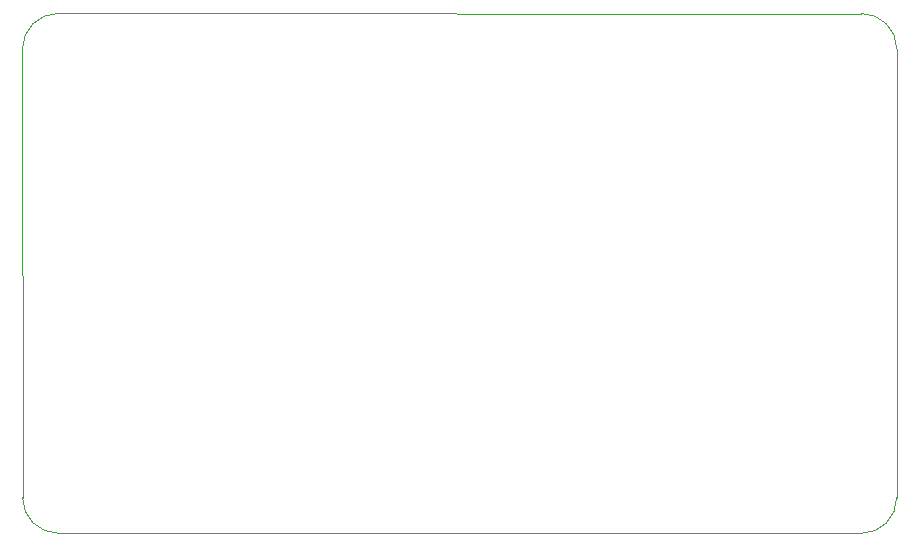
<source format=gm1>
G04 #@! TF.GenerationSoftware,KiCad,Pcbnew,8.0.5*
G04 #@! TF.CreationDate,2025-02-08T17:26:37-06:00*
G04 #@! TF.ProjectId,spudglo_driver_v8p0,73707564-676c-46f5-9f64-72697665725f,rev?*
G04 #@! TF.SameCoordinates,Original*
G04 #@! TF.FileFunction,Profile,NP*
%FSLAX46Y46*%
G04 Gerber Fmt 4.6, Leading zero omitted, Abs format (unit mm)*
G04 Created by KiCad (PCBNEW 8.0.5) date 2025-02-08 17:26:37*
%MOMM*%
%LPD*%
G01*
G04 APERTURE LIST*
G04 #@! TA.AperFunction,Profile*
%ADD10C,0.100000*%
G04 #@! TD*
G04 APERTURE END LIST*
D10*
X142575000Y-174950000D02*
G75*
G02*
X139587566Y-177962303I-2987400J-24800D01*
G01*
X142575000Y-174950000D02*
X142587285Y-136937434D01*
X139575000Y-133950000D02*
G75*
G02*
X142587202Y-136937434I24700J-2987400D01*
G01*
X68566202Y-174953761D02*
X68558805Y-136953487D01*
X139575000Y-133950000D02*
X71546239Y-133941202D01*
X71578487Y-177941195D02*
G75*
G02*
X68566202Y-174953761I-24787J2987395D01*
G01*
X68558805Y-136953487D02*
G75*
G02*
X71546239Y-133941203I2987435J24747D01*
G01*
X139587566Y-177962285D02*
X71578487Y-177941195D01*
M02*

</source>
